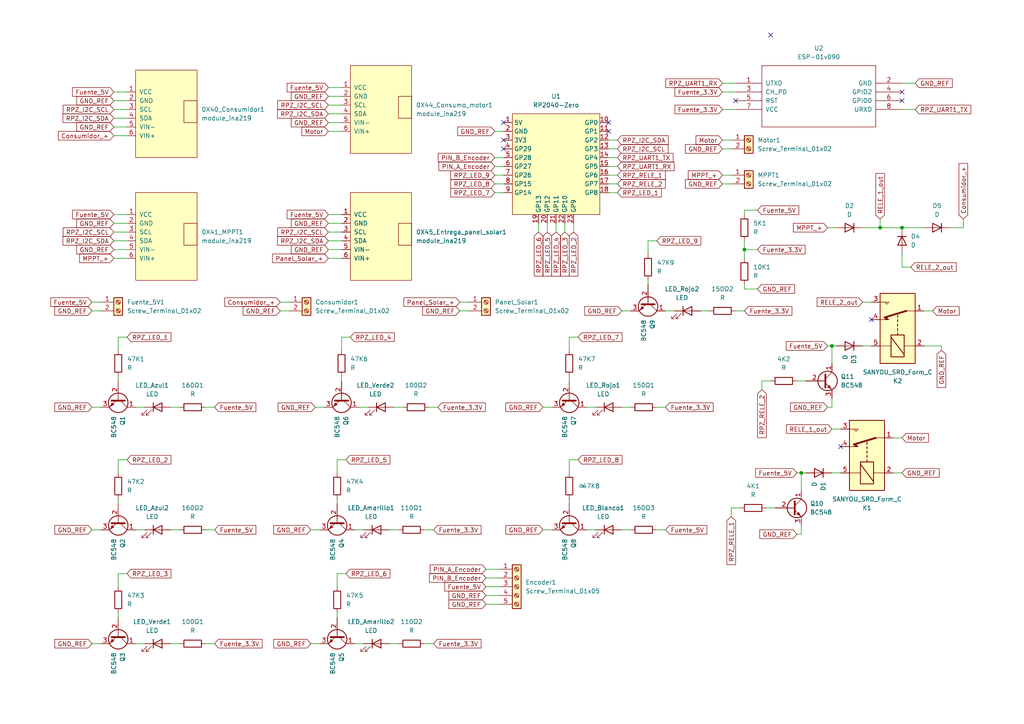
<source format=kicad_sch>
(kicad_sch (version 20231120) (generator "eeschema") (generator_version "8.0")
  (paper "A4")
  (title_block (title "Etapa de Control") (company "IMPA - Gravicap"))
  (lib_symbols
    (symbol "Connector:Screw_Terminal_01x02" (pin_names (offset 1.016) hide)
      (property "Reference" "J" (at 0 2.54 0))
      (property "Value" "Screw_Terminal_01x02" (at 0 -5.08 0))
      (symbol "Screw_Terminal_01x02_1_1"
        (pin passive line (at -5.08 0 0) (length 3.81) (name "Pin_1") (number "1"))
        (pin passive line (at -5.08 -2.54 0) (length 3.81) (name "Pin_2") (number "2"))
      )
    )
    (symbol "Connector:Screw_Terminal_01x05" (pin_names (offset 1.016) hide)
      (property "Reference" "J" (at 0 7.62 0))
      (property "Value" "Screw_Terminal_01x05" (at 0 -7.62 0))
      (symbol "Screw_Terminal_01x05_1_1"
        (pin passive line (at -5.08 5.08 0) (length 3.81) (name "Pin_1") (number "1"))
        (pin passive line (at -5.08 2.54 0) (length 3.81) (name "Pin_2") (number "2"))
        (pin passive line (at -5.08 0 0) (length 3.81) (name "Pin_3") (number "3"))
        (pin passive line (at -5.08 -2.54 0) (length 3.81) (name "Pin_4") (number "4"))
        (pin passive line (at -5.08 -5.08 0) (length 3.81) (name "Pin_5") (number "5"))
      )
    )
    (symbol "Device:D" (pin_numbers hide) (pin_names (offset 1.016) hide)
      (property "Reference" "D" (at 0 2.54 0))
      (property "Value" "D" (at 0 -2.54 0))
      (symbol "D_1_1"
        (pin passive line (at -3.81 0 0) (length 2.54) (name "K") (number "1"))
        (pin passive line (at 3.81 0 180) (length 2.54) (name "A") (number "2"))
      )
    )
    (symbol "Device:LED" (pin_numbers hide) (pin_names (offset 1.016) hide)
      (property "Reference" "D" (at 0 2.54 0))
      (property "Value" "LED" (at 0 -2.54 0))
      (symbol "LED_1_1"
        (pin passive line (at -3.81 0 0) (length 2.54) (name "K") (number "1"))
        (pin passive line (at 3.81 0 180) (length 2.54) (name "A") (number "2"))
      )
    )
    (symbol "Device:R" (pin_numbers hide) (pin_names (offset 0))
      (property "Reference" "R" (at 2.032 0 90))
      (property "Value" "R" (at 0 0 90))
      (symbol "R_1_1"
        (pin passive line (at 0 3.81 270) (length 1.27) (name "~") (number "1"))
        (pin passive line (at 0 -3.81 90) (length 1.27) (name "~") (number "2"))
      )
    )
    (symbol "ESP8266:ESP-01v090" (pin_names (offset 1.016))
      (property "Reference" "U" (at 0 -2.54 0))
      (property "Value" "ESP-01v090" (at 0 2.54 0))
      (symbol "ESP-01v090_1_1"
        (pin output line (at -24.13 3.81 0) (length 7.62) (name "UTXD") (number "1"))
        (pin power_in line (at 24.13 3.81 180) (length 7.62) (name "GND") (number "2"))
        (pin input line (at -24.13 1.27 0) (length 7.62) (name "CH_PD") (number "3"))
        (pin tri_state line (at 24.13 1.27 180) (length 7.62) (name "GPIO2") (number "4"))
        (pin input line (at -24.13 -1.27 0) (length 7.62) (name "RST") (number "5"))
        (pin tri_state line (at 24.13 -1.27 180) (length 7.62) (name "GPIO0") (number "6"))
        (pin power_in line (at -24.13 -3.81 0) (length 7.62) (name "VCC") (number "7"))
        (pin input line (at 24.13 -3.81 180) (length 7.62) (name "URXD") (number "8"))
      )
    )
    (symbol "RP2040-Zero:RP2040-Zero"
      (property "Reference" "U" (at 0 0 0))
      (property "Value" "RP2040-Zero" (at 0 8.89 0))
      (symbol "RP2040-Zero_1_1"
        (pin power_in line (at -15.24 5.08 0) (length 2.54) (name "5V") (number "1"))
        (pin bidirectional line (at 15.24 5.08 180) (length 2.54) (name "GP0") (number "10"))
        (pin bidirectional line (at 15.24 2.54 180) (length 2.54) (name "GP1") (number "11"))
        (pin bidirectional line (at 15.24 0 180) (length 2.54) (name "GP2") (number "12"))
        (pin bidirectional line (at 15.24 -2.54 180) (length 2.54) (name "GP3") (number "13"))
        (pin bidirectional line (at 15.24 -5.08 180) (length 2.54) (name "GP4") (number "14"))
        (pin bidirectional line (at 15.24 -7.62 180) (length 2.54) (name "GP5") (number "15"))
        (pin bidirectional line (at 15.24 -10.16 180) (length 2.54) (name "GP6") (number "16"))
        (pin bidirectional line (at 15.24 -12.7 180) (length 2.54) (name "GP7") (number "17"))
        (pin bidirectional line (at 15.24 -15.24 180) (length 2.54) (name "GP8") (number "18"))
        (pin bidirectional line (at -5.08 -24.13 90) (length 2.54) (name "GP13") (number "19"))
        (pin power_in line (at -15.24 2.54 0) (length 2.54) (name "GND") (number "2"))
        (pin bidirectional line (at -2.54 -24.13 90) (length 2.54) (name "GP12") (number "20"))
        (pin bidirectional line (at 0 -24.13 90) (length 2.54) (name "GP11") (number "21"))
        (pin bidirectional line (at 2.54 -24.13 90) (length 2.54) (name "GP10") (number "22"))
        (pin bidirectional line (at 5.08 -24.13 90) (length 2.54) (name "GP9") (number "23"))
        (pin power_in line (at -15.24 0 0) (length 2.54) (name "3V3") (number "3"))
        (pin bidirectional line (at -15.24 -2.54 0) (length 2.54) (name "GP29") (number "4"))
        (pin bidirectional line (at -15.24 -5.08 0) (length 2.54) (name "GP28") (number "5"))
        (pin bidirectional line (at -15.24 -7.62 0) (length 2.54) (name "GP27") (number "6"))
        (pin bidirectional line (at -15.24 -10.16 0) (length 2.54) (name "GP26") (number "7"))
        (pin bidirectional line (at -15.24 -12.7 0) (length 2.54) (name "GP15") (number "8"))
        (pin bidirectional line (at -15.24 -15.24 0) (length 2.54) (name "GP14") (number "9"))
      )
    )
    (symbol "Relay:SANYOU_SRD_Form_C"
      (property "Reference" "K" (at 11.43 3.81 0))
      (property "Value" "SANYOU_SRD_Form_C" (at 11.43 1.27 0))
      (symbol "SANYOU_SRD_Form_C_1_1"
        (pin passive line (at 5.08 -7.62 90) (length 2.54) (name "~") (number "1"))
        (pin passive line (at -5.08 -7.62 90) (length 2.54) (name "~") (number "2"))
        (pin passive line (at 7.62 7.62 270) (length 2.54) (name "~") (number "3"))
        (pin passive line (at 2.54 7.62 270) (length 2.54) (name "~") (number "4"))
        (pin passive line (at -5.08 7.62 270) (length 2.54) (name "~") (number "5"))
      )
    )
    (symbol "Transistor_BJT:BC548" (pin_names (offset 0) hide)
      (property "Reference" "Q" (at 5.08 1.905 0))
      (property "Value" "BC548" (at 5.08 0 0))
      (symbol "BC548_1_1"
        (pin passive line (at 2.54 5.08 270) (length 2.54) (name "C") (number "1"))
        (pin input line (at -5.08 0 0) (length 5.08) (name "B") (number "2"))
        (pin passive line (at 2.54 -5.08 90) (length 2.54) (name "E") (number "3"))
      )
    )
    (symbol "usini_sensors:module_ina219" (pin_names (offset 1.016))
      (property "Reference" "U" (at 2.54 12.7 0))
      (property "Value" "module_ina219" (at 10.16 -15.24 0))
      (symbol "module_ina219_1_1"
        (pin input line (at 0 5.08 0) (length 2.54) (name "VCC") (number "1"))
        (pin input line (at 0 2.54 0) (length 2.54) (name "GND") (number "2"))
        (pin input line (at 0 0 0) (length 2.54) (name "SCL") (number "3"))
        (pin input line (at 0 -2.54 0) (length 2.54) (name "SDA") (number "4"))
        (pin input line (at 0 -5.08 0) (length 2.54) (name "VIN-") (number "5"))
        (pin input line (at 0 -7.62 0) (length 2.54) (name "VIN+") (number "6"))
      )
    )
  )
  (junction (at 255.27 66.04))
  (junction (at 261.62 66.04))
  (junction (at 241.3 100.33))
  (junction (at 215.9 72.39))
  (junction (at 232.41 137.16))
  (no_connect (at 213.36 29.21))
  (no_connect (at 176.53 35.56))
  (no_connect (at 261.62 29.21))
  (no_connect (at 146.05 40.64))
  (no_connect (at 243.84 129.54))
  (no_connect (at 261.62 26.67))
  (no_connect (at 146.05 43.18))
  (no_connect (at 223.52 10.16))
  (no_connect (at 176.53 38.1))
  (no_connect (at 146.05 35.56))
  (no_connect (at 252.73 92.71))
  (wire (pts (xy 26.67 118.11) (xy 29.21 118.11)))
  (wire (pts (xy 215.9 72.39) (xy 215.9 74.93)))
  (wire (pts (xy 133.35 90.17) (xy 135.89 90.17)))
  (wire (pts (xy 26.67 87.63) (xy 29.21 87.63)))
  (wire (pts (xy 97.79 133.35) (xy 97.79 137.16)))
  (wire (pts (xy 33.02 64.77) (xy 36.83 64.77)))
  (wire (pts (xy 261.62 77.47) (xy 264.16 77.47)))
  (wire (pts (xy 95.25 27.94) (xy 99.06 27.94)))
  (wire (pts (xy 176.53 50.8) (xy 179.07 50.8)))
  (wire (pts (xy 59.69 153.67) (xy 62.23 153.67)))
  (wire (pts (xy 59.69 118.11) (xy 62.23 118.11)))
  (wire (pts (xy 215.9 83.82) (xy 219.71 83.82)))
  (wire (pts (xy 95.25 62.23) (xy 99.06 62.23)))
  (wire (pts (xy 140.97 167.64) (xy 144.78 167.64)))
  (wire (pts (xy 165.1 133.35) (xy 165.1 137.16)))
  (wire (pts (xy 180.34 90.17) (xy 182.88 90.17)))
  (wire (pts (xy 232.41 154.94) (xy 231.14 154.94)))
  (wire (pts (xy 123.19 186.69) (xy 125.73 186.69)))
  (wire (pts (xy 95.25 33.02) (xy 99.06 33.02)))
  (wire (pts (xy 33.02 39.37) (xy 36.83 39.37)))
  (wire (pts (xy 243.84 124.46) (xy 241.3 124.46)))
  (wire (pts (xy 176.53 53.34) (xy 179.07 53.34)))
  (wire (pts (xy 133.35 87.63) (xy 135.89 87.63)))
  (wire (pts (xy 261.62 73.66) (xy 261.62 77.47)))
  (wire (pts (xy 95.25 35.56) (xy 99.06 35.56)))
  (wire (pts (xy 220.98 110.49) (xy 220.98 113.03)))
  (wire (pts (xy 165.1 144.78) (xy 165.1 146.05)))
  (wire (pts (xy 49.53 186.69) (xy 52.07 186.69)))
  (wire (pts (xy 104.14 118.11) (xy 106.68 118.11)))
  (wire (pts (xy 156.21 64.77) (xy 156.21 67.31)))
  (wire (pts (xy 215.9 69.85) (xy 215.9 72.39)))
  (wire (pts (xy 143.51 50.8) (xy 146.05 50.8)))
  (wire (pts (xy 36.83 97.79) (xy 34.29 97.79)))
  (wire (pts (xy 215.9 62.23) (xy 215.9 60.96)))
  (wire (pts (xy 180.34 118.11) (xy 182.88 118.11)))
  (wire (pts (xy 241.3 100.33) (xy 240.03 100.33)))
  (wire (pts (xy 261.62 24.13) (xy 265.43 24.13)))
  (wire (pts (xy 223.52 110.49) (xy 220.98 110.49)))
  (wire (pts (xy 90.17 186.69) (xy 92.71 186.69)))
  (wire (pts (xy 97.79 166.37) (xy 97.79 170.18)))
  (wire (pts (xy 39.37 186.69) (xy 41.91 186.69)))
  (wire (pts (xy 273.05 100.33) (xy 267.97 100.33)))
  (wire (pts (xy 157.48 118.11) (xy 160.02 118.11)))
  (wire (pts (xy 39.37 153.67) (xy 41.91 153.67)))
  (wire (pts (xy 158.75 64.77) (xy 158.75 67.31)))
  (wire (pts (xy 165.1 97.79) (xy 165.1 101.6)))
  (wire (pts (xy 99.06 97.79) (xy 99.06 101.6)))
  (wire (pts (xy 113.03 153.67) (xy 115.57 153.67)))
  (wire (pts (xy 33.02 67.31) (xy 36.83 67.31)))
  (wire (pts (xy 143.51 53.34) (xy 146.05 53.34)))
  (wire (pts (xy 140.97 172.72) (xy 144.78 172.72)))
  (wire (pts (xy 176.53 45.72) (xy 179.07 45.72)))
  (wire (pts (xy 222.25 147.32) (xy 224.79 147.32)))
  (wire (pts (xy 33.02 31.75) (xy 36.83 31.75)))
  (wire (pts (xy 95.25 67.31) (xy 99.06 67.31)))
  (wire (pts (xy 219.71 72.39) (xy 215.9 72.39)))
  (wire (pts (xy 33.02 62.23) (xy 36.83 62.23)))
  (wire (pts (xy 81.28 90.17) (xy 83.82 90.17)))
  (wire (pts (xy 59.69 186.69) (xy 62.23 186.69)))
  (wire (pts (xy 193.04 90.17) (xy 195.58 90.17)))
  (wire (pts (xy 95.25 38.1) (xy 99.06 38.1)))
  (wire (pts (xy 124.46 118.11) (xy 127 118.11)))
  (wire (pts (xy 242.57 100.33) (xy 241.3 100.33)))
  (wire (pts (xy 261.62 127) (xy 259.08 127)))
  (wire (pts (xy 233.68 137.16) (xy 232.41 137.16)))
  (wire (pts (xy 34.29 133.35) (xy 34.29 137.16)))
  (wire (pts (xy 170.18 118.11) (xy 172.72 118.11)))
  (wire (pts (xy 231.14 110.49) (xy 233.68 110.49)))
  (wire (pts (xy 33.02 74.93) (xy 36.83 74.93)))
  (wire (pts (xy 203.2 90.17) (xy 205.74 90.17)))
  (wire (pts (xy 102.87 186.69) (xy 105.41 186.69)))
  (wire (pts (xy 255.27 66.04) (xy 261.62 66.04)))
  (wire (pts (xy 161.29 64.77) (xy 161.29 67.31)))
  (wire (pts (xy 140.97 175.26) (xy 144.78 175.26)))
  (wire (pts (xy 252.73 100.33) (xy 250.19 100.33)))
  (wire (pts (xy 143.51 45.72) (xy 146.05 45.72)))
  (wire (pts (xy 187.96 81.28) (xy 187.96 82.55)))
  (wire (pts (xy 95.25 25.4) (xy 99.06 25.4)))
  (wire (pts (xy 241.3 100.33) (xy 241.3 105.41)))
  (wire (pts (xy 95.25 72.39) (xy 99.06 72.39)))
  (wire (pts (xy 232.41 137.16) (xy 232.41 142.24)))
  (wire (pts (xy 250.19 66.04) (xy 255.27 66.04)))
  (wire (pts (xy 34.29 177.8) (xy 34.29 179.07)))
  (wire (pts (xy 243.84 137.16) (xy 241.3 137.16)))
  (wire (pts (xy 34.29 97.79) (xy 34.29 101.6)))
  (wire (pts (xy 209.55 53.34) (xy 212.09 53.34)))
  (wire (pts (xy 143.51 55.88) (xy 146.05 55.88)))
  (wire (pts (xy 95.25 69.85) (xy 99.06 69.85)))
  (wire (pts (xy 255.27 66.04) (xy 255.27 63.5)))
  (wire (pts (xy 215.9 60.96) (xy 219.71 60.96)))
  (wire (pts (xy 97.79 177.8) (xy 97.79 179.07)))
  (wire (pts (xy 261.62 137.16) (xy 259.08 137.16)))
  (wire (pts (xy 209.55 31.75) (xy 213.36 31.75)))
  (wire (pts (xy 209.55 50.8) (xy 212.09 50.8)))
  (wire (pts (xy 166.37 64.77) (xy 166.37 67.31)))
  (wire (pts (xy 170.18 153.67) (xy 172.72 153.67)))
  (wire (pts (xy 114.3 118.11) (xy 116.84 118.11)))
  (wire (pts (xy 167.64 97.79) (xy 165.1 97.79)))
  (wire (pts (xy 163.83 64.77) (xy 163.83 67.31)))
  (wire (pts (xy 33.02 72.39) (xy 36.83 72.39)))
  (wire (pts (xy 209.55 26.67) (xy 213.36 26.67)))
  (wire (pts (xy 102.87 153.67) (xy 105.41 153.67)))
  (wire (pts (xy 212.09 147.32) (xy 212.09 149.86)))
  (wire (pts (xy 214.63 147.32) (xy 212.09 147.32)))
  (wire (pts (xy 270.51 90.17) (xy 267.97 90.17)))
  (wire (pts (xy 240.03 66.04) (xy 242.57 66.04)))
  (wire (pts (xy 157.48 153.67) (xy 160.02 153.67)))
  (wire (pts (xy 190.5 118.11) (xy 193.04 118.11)))
  (wire (pts (xy 190.5 153.67) (xy 193.04 153.67)))
  (wire (pts (xy 26.67 153.67) (xy 29.21 153.67)))
  (wire (pts (xy 213.36 90.17) (xy 215.9 90.17)))
  (wire (pts (xy 95.25 74.93) (xy 99.06 74.93)))
  (wire (pts (xy 165.1 109.22) (xy 165.1 110.49)))
  (wire (pts (xy 36.83 133.35) (xy 34.29 133.35)))
  (wire (pts (xy 49.53 118.11) (xy 52.07 118.11)))
  (wire (pts (xy 140.97 170.18) (xy 144.78 170.18)))
  (wire (pts (xy 33.02 36.83) (xy 36.83 36.83)))
  (wire (pts (xy 241.3 115.57) (xy 241.3 118.11)))
  (wire (pts (xy 187.96 69.85) (xy 187.96 73.66)))
  (wire (pts (xy 232.41 137.16) (xy 231.14 137.16)))
  (wire (pts (xy 33.02 69.85) (xy 36.83 69.85)))
  (wire (pts (xy 167.64 133.35) (xy 165.1 133.35)))
  (wire (pts (xy 261.62 66.04) (xy 267.97 66.04)))
  (wire (pts (xy 143.51 38.1) (xy 146.05 38.1)))
  (wire (pts (xy 91.44 118.11) (xy 93.98 118.11)))
  (wire (pts (xy 33.02 26.67) (xy 36.83 26.67)))
  (wire (pts (xy 241.3 118.11) (xy 240.03 118.11)))
  (wire (pts (xy 209.55 24.13) (xy 213.36 24.13)))
  (wire (pts (xy 261.62 31.75) (xy 265.43 31.75)))
  (wire (pts (xy 273.05 101.6) (xy 273.05 100.33)))
  (wire (pts (xy 36.83 166.37) (xy 34.29 166.37)))
  (wire (pts (xy 34.29 144.78) (xy 34.29 146.05)))
  (wire (pts (xy 100.33 166.37) (xy 97.79 166.37)))
  (wire (pts (xy 26.67 186.69) (xy 29.21 186.69)))
  (wire (pts (xy 34.29 109.22) (xy 34.29 110.49)))
  (wire (pts (xy 176.53 55.88) (xy 179.07 55.88)))
  (wire (pts (xy 252.73 87.63) (xy 250.19 87.63)))
  (wire (pts (xy 95.25 30.48) (xy 99.06 30.48)))
  (wire (pts (xy 176.53 43.18) (xy 179.07 43.18)))
  (wire (pts (xy 97.79 144.78) (xy 97.79 146.05)))
  (wire (pts (xy 209.55 40.64) (xy 212.09 40.64)))
  (wire (pts (xy 140.97 165.1) (xy 144.78 165.1)))
  (wire (pts (xy 26.67 90.17) (xy 29.21 90.17)))
  (wire (pts (xy 33.02 29.21) (xy 36.83 29.21)))
  (wire (pts (xy 143.51 48.26) (xy 146.05 48.26)))
  (wire (pts (xy 190.5 69.85) (xy 187.96 69.85)))
  (wire (pts (xy 101.6 97.79) (xy 99.06 97.79)))
  (wire (pts (xy 81.28 87.63) (xy 83.82 87.63)))
  (wire (pts (xy 34.29 166.37) (xy 34.29 170.18)))
  (wire (pts (xy 123.19 153.67) (xy 125.73 153.67)))
  (wire (pts (xy 49.53 153.67) (xy 52.07 153.67)))
  (wire (pts (xy 180.34 153.67) (xy 182.88 153.67)))
  (wire (pts (xy 279.4 66.04) (xy 275.59 66.04)))
  (wire (pts (xy 176.53 40.64) (xy 179.07 40.64)))
  (wire (pts (xy 232.41 152.4) (xy 232.41 154.94)))
  (wire (pts (xy 176.53 48.26) (xy 179.07 48.26)))
  (wire (pts (xy 95.25 64.77) (xy 99.06 64.77)))
  (wire (pts (xy 209.55 43.18) (xy 212.09 43.18)))
  (wire (pts (xy 215.9 82.55) (xy 215.9 83.82)))
  (wire (pts (xy 279.4 63.5) (xy 279.4 66.04)))
  (wire (pts (xy 99.06 109.22) (xy 99.06 110.49)))
  (wire (pts (xy 113.03 186.69) (xy 115.57 186.69)))
  (wire (pts (xy 100.33 133.35) (xy 97.79 133.35)))
  (wire (pts (xy 39.37 118.11) (xy 41.91 118.11)))
  (wire (pts (xy 33.02 34.29) (xy 36.83 34.29)))
  (wire (pts (xy 90.17 153.67) (xy 92.71 153.67)))
  (global_label "RPZ_I2C_SCL" (shape input) (at 33.02 67.31 180) (property "Intersheetrefs" "${INTERSHEET_REFS}" (effects (hide yes))))
  (global_label "Motor" (shape input) (at 261.62 127 0) (property "Intersheetrefs" "${INTERSHEET_REFS}" (effects (hide yes))))
  (global_label "PIN_B_Encoder" (shape input) (at 143.51 45.72 180) (property "Intersheetrefs" "${INTERSHEET_REFS}" (effects (hide yes))))
  (global_label "RPZ_LED_9" (shape input) (at 143.51 50.8 180) (property "Intersheetrefs" "${INTERSHEET_REFS}" (effects (hide yes))))
  (global_label "GND_REF" (shape input) (at 90.17 153.67 180) (property "Intersheetrefs" "${INTERSHEET_REFS}" (effects (hide yes))))
  (global_label "MPPT_+" (shape input) (at 33.02 74.93 180) (property "Intersheetrefs" "${INTERSHEET_REFS}" (effects (hide yes))))
  (global_label "RPZ_LED_9" (shape input) (at 190.5 69.85 0) (property "Intersheetrefs" "${INTERSHEET_REFS}" (effects (hide yes))))
  (global_label "GND_REF" (shape input) (at 140.97 172.72 180) (property "Intersheetrefs" "${INTERSHEET_REFS}" (effects (hide yes))))
  (global_label "RPZ_RELE_1" (shape input) (at 212.09 149.86 270) (property "Intersheetrefs" "${INTERSHEET_REFS}" (effects (hide yes))))
  (global_label "GND_REF" (shape input) (at 157.48 118.11 180) (property "Intersheetrefs" "${INTERSHEET_REFS}" (effects (hide yes))))
  (global_label "Fuente_5V" (shape input) (at 26.67 87.63 180) (property "Intersheetrefs" "${INTERSHEET_REFS}" (effects (hide yes))))
  (global_label "RPZ_I2C_SDA" (shape input) (at 33.02 34.29 180) (property "Intersheetrefs" "${INTERSHEET_REFS}" (effects (hide yes))))
  (global_label "GND_REF" (shape input) (at 157.48 153.67 180) (property "Intersheetrefs" "${INTERSHEET_REFS}" (effects (hide yes))))
  (global_label "MPPT_+" (shape input) (at 240.03 66.04 180) (property "Intersheetrefs" "${INTERSHEET_REFS}" (effects (hide yes))))
  (global_label "RPZ_RELE_2" (shape input) (at 220.98 113.03 270) (property "Intersheetrefs" "${INTERSHEET_REFS}" (effects (hide yes))))
  (global_label "Fuente_3.3V" (shape input) (at 125.73 186.69 0) (property "Intersheetrefs" "${INTERSHEET_REFS}" (effects (hide yes))))
  (global_label "RPZ_LED_7" (shape input) (at 143.51 55.88 180) (property "Intersheetrefs" "${INTERSHEET_REFS}" (effects (hide yes))))
  (global_label "GND_REF" (shape input) (at 231.14 154.94 180) (property "Intersheetrefs" "${INTERSHEET_REFS}" (effects (hide yes))))
  (global_label "Motor" (shape input) (at 209.55 40.64 180) (property "Intersheetrefs" "${INTERSHEET_REFS}" (effects (hide yes))))
  (global_label "RPZ_LED_4" (shape input) (at 101.6 97.79 0) (property "Intersheetrefs" "${INTERSHEET_REFS}" (effects (hide yes))))
  (global_label "Fuente_3.3V" (shape input) (at 209.55 31.75 180) (property "Intersheetrefs" "${INTERSHEET_REFS}" (effects (hide yes))))
  (global_label "RPZ_LED_8" (shape input) (at 143.51 53.34 180) (property "Intersheetrefs" "${INTERSHEET_REFS}" (effects (hide yes))))
  (global_label "RPZ_I2C_SCL" (shape input) (at 95.25 67.31 180) (property "Intersheetrefs" "${INTERSHEET_REFS}" (effects (hide yes))))
  (global_label "GND_REF" (shape input) (at 261.62 137.16 0) (property "Intersheetrefs" "${INTERSHEET_REFS}" (effects (hide yes))))
  (global_label "GND_REF" (shape input) (at 273.05 101.6 270) (property "Intersheetrefs" "${INTERSHEET_REFS}" (effects (hide yes))))
  (global_label "RELE_2_out" (shape input) (at 250.19 87.63 180) (property "Intersheetrefs" "${INTERSHEET_REFS}" (effects (hide yes))))
  (global_label "GND_REF" (shape input) (at 90.17 186.69 180) (property "Intersheetrefs" "${INTERSHEET_REFS}" (effects (hide yes))))
  (global_label "Fuente_5V" (shape input) (at 219.71 60.96 0) (property "Intersheetrefs" "${INTERSHEET_REFS}" (effects (hide yes))))
  (global_label "RPZ_I2C_SDA" (shape input) (at 95.25 69.85 180) (property "Intersheetrefs" "${INTERSHEET_REFS}" (effects (hide yes))))
  (global_label "GND_REF" (shape input) (at 219.71 83.82 0) (property "Intersheetrefs" "${INTERSHEET_REFS}" (effects (hide yes))))
  (global_label "RPZ_LED_7" (shape input) (at 167.64 97.79 0) (property "Intersheetrefs" "${INTERSHEET_REFS}" (effects (hide yes))))
  (global_label "GND_REF" (shape input) (at 26.67 186.69 180) (property "Intersheetrefs" "${INTERSHEET_REFS}" (effects (hide yes))))
  (global_label "RPZ_LED_2" (shape input) (at 36.83 133.35 0) (property "Intersheetrefs" "${INTERSHEET_REFS}" (effects (hide yes))))
  (global_label "Fuente_3.3V" (shape input) (at 62.23 186.69 0) (property "Intersheetrefs" "${INTERSHEET_REFS}" (effects (hide yes))))
  (global_label "RPZ_LED_2" (shape input) (at 166.37 67.31 270) (property "Intersheetrefs" "${INTERSHEET_REFS}" (effects (hide yes))))
  (global_label "Panel_Solar_+" (shape input) (at 133.35 87.63 180) (property "Intersheetrefs" "${INTERSHEET_REFS}" (effects (hide yes))))
  (global_label "GND_REF" (shape input) (at 240.03 118.11 180) (property "Intersheetrefs" "${INTERSHEET_REFS}" (effects (hide yes))))
  (global_label "Consumidor_+" (shape input) (at 81.28 87.63 180) (property "Intersheetrefs" "${INTERSHEET_REFS}" (effects (hide yes))))
  (global_label "GND_REF" (shape input) (at 95.25 27.94 180) (property "Intersheetrefs" "${INTERSHEET_REFS}" (effects (hide yes))))
  (global_label "Fuente_5V" (shape input) (at 62.23 118.11 0) (property "Intersheetrefs" "${INTERSHEET_REFS}" (effects (hide yes))))
  (global_label "Fuente_3.3V" (shape input) (at 215.9 90.17 0) (property "Intersheetrefs" "${INTERSHEET_REFS}" (effects (hide yes))))
  (global_label "RPZ_LED_4" (shape input) (at 161.29 67.31 270) (property "Intersheetrefs" "${INTERSHEET_REFS}" (effects (hide yes))))
  (global_label "GND_REF" (shape input) (at 26.67 118.11 180) (property "Intersheetrefs" "${INTERSHEET_REFS}" (effects (hide yes))))
  (global_label "RPZ_I2C_SCL" (shape input) (at 179.07 43.18 0) (property "Intersheetrefs" "${INTERSHEET_REFS}" (effects (hide yes))))
  (global_label "RPZ_LED_6" (shape input) (at 100.33 166.37 0) (property "Intersheetrefs" "${INTERSHEET_REFS}" (effects (hide yes))))
  (global_label "GND_REF" (shape input) (at 265.43 24.13 0) (property "Intersheetrefs" "${INTERSHEET_REFS}" (effects (hide yes))))
  (global_label "Fuente_5V" (shape input) (at 95.25 25.4 180) (property "Intersheetrefs" "${INTERSHEET_REFS}" (effects (hide yes))))
  (global_label "Fuente_5V" (shape input) (at 62.23 153.67 0) (property "Intersheetrefs" "${INTERSHEET_REFS}" (effects (hide yes))))
  (global_label "GND_REF" (shape input) (at 95.25 35.56 180) (property "Intersheetrefs" "${INTERSHEET_REFS}" (effects (hide yes))))
  (global_label "GND_REF" (shape input) (at 33.02 29.21 180) (property "Intersheetrefs" "${INTERSHEET_REFS}" (effects (hide yes))))
  (global_label "Panel_Solar_+" (shape input) (at 95.25 74.93 180) (property "Intersheetrefs" "${INTERSHEET_REFS}" (effects (hide yes))))
  (global_label "GND_REF" (shape input) (at 81.28 90.17 180) (property "Intersheetrefs" "${INTERSHEET_REFS}" (effects (hide yes))))
  (global_label "Fuente_3.3V" (shape input) (at 209.55 26.67 180) (property "Intersheetrefs" "${INTERSHEET_REFS}" (effects (hide yes))))
  (global_label "Fuente_5V" (shape input) (at 95.25 62.23 180) (property "Intersheetrefs" "${INTERSHEET_REFS}" (effects (hide yes))))
  (global_label "RELE_1_out" (shape input) (at 255.27 63.5 90) (property "Intersheetrefs" "${INTERSHEET_REFS}" (effects (hide yes))))
  (global_label "Fuente_5V" (shape input) (at 33.02 62.23 180) (property "Intersheetrefs" "${INTERSHEET_REFS}" (effects (hide yes))))
  (global_label "GND_REF" (shape input) (at 133.35 90.17 180) (property "Intersheetrefs" "${INTERSHEET_REFS}" (effects (hide yes))))
  (global_label "Fuente_5V" (shape input) (at 193.04 153.67 0) (property "Intersheetrefs" "${INTERSHEET_REFS}" (effects (hide yes))))
  (global_label "MPPT_+" (shape input) (at 209.55 50.8 180) (property "Intersheetrefs" "${INTERSHEET_REFS}" (effects (hide yes))))
  (global_label "RPZ_LED_1" (shape input) (at 36.83 97.79 0) (property "Intersheetrefs" "${INTERSHEET_REFS}" (effects (hide yes))))
  (global_label "GND_REF" (shape input) (at 26.67 153.67 180) (property "Intersheetrefs" "${INTERSHEET_REFS}" (effects (hide yes))))
  (global_label "RPZ_I2C_SCL" (shape input) (at 95.25 30.48 180) (property "Intersheetrefs" "${INTERSHEET_REFS}" (effects (hide yes))))
  (global_label "GND_REF" (shape input) (at 180.34 90.17 180) (property "Intersheetrefs" "${INTERSHEET_REFS}" (effects (hide yes))))
  (global_label "GND_REF" (shape input) (at 95.25 64.77 180) (property "Intersheetrefs" "${INTERSHEET_REFS}" (effects (hide yes))))
  (global_label "Motor" (shape input) (at 95.25 38.1 180) (property "Intersheetrefs" "${INTERSHEET_REFS}" (effects (hide yes))))
  (global_label "GND_REF" (shape input) (at 33.02 36.83 180) (property "Intersheetrefs" "${INTERSHEET_REFS}" (effects (hide yes))))
  (global_label "RPZ_UART1_RX" (shape input) (at 179.07 48.26 0) (property "Intersheetrefs" "${INTERSHEET_REFS}" (effects (hide yes))))
  (global_label "RPZ_UART1_TX" (shape input) (at 179.07 45.72 0) (property "Intersheetrefs" "${INTERSHEET_REFS}" (effects (hide yes))))
  (global_label "Fuente_5V" (shape input) (at 33.02 26.67 180) (property "Intersheetrefs" "${INTERSHEET_REFS}" (effects (hide yes))))
  (global_label "RPZ_I2C_SDA" (shape input) (at 95.25 33.02 180) (property "Intersheetrefs" "${INTERSHEET_REFS}" (effects (hide yes))))
  (global_label "GND_REF" (shape input) (at 140.97 175.26 180) (property "Intersheetrefs" "${INTERSHEET_REFS}" (effects (hide yes))))
  (global_label "Fuente_3.3V" (shape input) (at 127 118.11 0) (property "Intersheetrefs" "${INTERSHEET_REFS}" (effects (hide yes))))
  (global_label "RPZ_UART1_TX" (shape input) (at 265.43 31.75 0) (property "Intersheetrefs" "${INTERSHEET_REFS}" (effects (hide yes))))
  (global_label "RPZ_LED_5" (shape input) (at 158.75 67.31 270) (property "Intersheetrefs" "${INTERSHEET_REFS}" (effects (hide yes))))
  (global_label "RPZ_I2C_SDA" (shape input) (at 179.07 40.64 0) (property "Intersheetrefs" "${INTERSHEET_REFS}" (effects (hide yes))))
  (global_label "Consumidor_+" (shape input) (at 279.4 63.5 90) (property "Intersheetrefs" "${INTERSHEET_REFS}" (effects (hide yes))))
  (global_label "PIN_A_Encoder" (shape input) (at 140.97 165.1 180) (property "Intersheetrefs" "${INTERSHEET_REFS}" (effects (hide yes))))
  (global_label "Fuente_3.3V" (shape input) (at 125.73 153.67 0) (property "Intersheetrefs" "${INTERSHEET_REFS}" (effects (hide yes))))
  (global_label "RPZ_UART1_RX" (shape input) (at 209.55 24.13 180) (property "Intersheetrefs" "${INTERSHEET_REFS}" (effects (hide yes))))
  (global_label "RPZ_LED_3" (shape input) (at 36.83 166.37 0) (property "Intersheetrefs" "${INTERSHEET_REFS}" (effects (hide yes))))
  (global_label "RPZ_LED_1" (shape input) (at 179.07 55.88 0) (property "Intersheetrefs" "${INTERSHEET_REFS}" (effects (hide yes))))
  (global_label "GND_REF" (shape input) (at 209.55 53.34 180) (property "Intersheetrefs" "${INTERSHEET_REFS}" (effects (hide yes))))
  (global_label "Fuente_5V" (shape input) (at 240.03 100.33 180) (property "Intersheetrefs" "${INTERSHEET_REFS}" (effects (hide yes))))
  (global_label "RELE_2_out" (shape input) (at 264.16 77.47 0) (property "Intersheetrefs" "${INTERSHEET_REFS}" (effects (hide yes))))
  (global_label "RPZ_LED_5" (shape input) (at 100.33 133.35 0) (property "Intersheetrefs" "${INTERSHEET_REFS}" (effects (hide yes))))
  (global_label "RELE_1_out" (shape input) (at 241.3 124.46 180) (property "Intersheetrefs" "${INTERSHEET_REFS}" (effects (hide yes))))
  (global_label "GND_REF" (shape input) (at 33.02 64.77 180) (property "Intersheetrefs" "${INTERSHEET_REFS}" (effects (hide yes))))
  (global_label "GND_REF" (shape input) (at 209.55 43.18 180) (property "Intersheetrefs" "${INTERSHEET_REFS}" (effects (hide yes))))
  (global_label "PIN_B_Encoder" (shape input) (at 140.97 167.64 180) (property "Intersheetrefs" "${INTERSHEET_REFS}" (effects (hide yes))))
  (global_label "GND_REF" (shape input) (at 26.67 90.17 180) (property "Intersheetrefs" "${INTERSHEET_REFS}" (effects (hide yes))))
  (global_label "RPZ_LED_6" (shape input) (at 156.21 67.31 270) (property "Intersheetrefs" "${INTERSHEET_REFS}" (effects (hide yes))))
  (global_label "RPZ_RELE_2" (shape input) (at 179.07 53.34 0) (property "Intersheetrefs" "${INTERSHEET_REFS}" (effects (hide yes))))
  (global_label "RPZ_RELE_1" (shape input) (at 179.07 50.8 0) (property "Intersheetrefs" "${INTERSHEET_REFS}" (effects (hide yes))))
  (global_label "Fuente_3.3V" (shape input) (at 193.04 118.11 0) (property "Intersheetrefs" "${INTERSHEET_REFS}" (effects (hide yes))))
  (global_label "RPZ_LED_3" (shape input) (at 163.83 67.31 270) (property "Intersheetrefs" "${INTERSHEET_REFS}" (effects (hide yes))))
  (global_label "RPZ_LED_8" (shape input) (at 167.64 133.35 0) (property "Intersheetrefs" "${INTERSHEET_REFS}" (effects (hide yes))))
  (global_label "PIN_A_Encoder" (shape input) (at 143.51 48.26 180) (property "Intersheetrefs" "${INTERSHEET_REFS}" (effects (hide yes))))
  (global_label "GND_REF" (shape input) (at 143.51 38.1 180) (property "Intersheetrefs" "${INTERSHEET_REFS}" (effects (hide yes))))
  (global_label "Fuente_3.3V" (shape input) (at 219.71 72.39 0) (property "Intersheetrefs" "${INTERSHEET_REFS}" (effects (hide yes))))
  (global_label "GND_REF" (shape input) (at 33.02 72.39 180) (property "Intersheetrefs" "${INTERSHEET_REFS}" (effects (hide yes))))
  (global_label "GND_REF" (shape input) (at 95.25 72.39 180) (property "Intersheetrefs" "${INTERSHEET_REFS}" (effects (hide yes))))
  (global_label "Fuente_5V" (shape input) (at 231.14 137.16 180) (property "Intersheetrefs" "${INTERSHEET_REFS}" (effects (hide yes))))
  (global_label "Consumidor_+" (shape input) (at 33.02 39.37 180) (property "Intersheetrefs" "${INTERSHEET_REFS}" (effects (hide yes))))
  (global_label "Fuente_5V" (shape input) (at 140.97 170.18 180) (property "Intersheetrefs" "${INTERSHEET_REFS}" (effects (hide yes))))
  (global_label "GND_REF" (shape input) (at 91.44 118.11 180) (property "Intersheetrefs" "${INTERSHEET_REFS}" (effects (hide yes))))
  (global_label "Motor" (shape input) (at 270.51 90.17 0) (property "Intersheetrefs" "${INTERSHEET_REFS}" (effects (hide yes))))
  (global_label "RPZ_I2C_SCL" (shape input) (at 33.02 31.75 180) (property "Intersheetrefs" "${INTERSHEET_REFS}" (effects (hide yes))))
  (global_label "RPZ_I2C_SDA" (shape input) (at 33.02 69.85 180) (property "Intersheetrefs" "${INTERSHEET_REFS}" (effects (hide yes))))
  (symbol (lib_id "Device:R") (at 119.38 186.69 270) (unit 1)
    (property "Reference" "110Ω2" (at 119.38 180.34 90))
    (property "Value" "R" (at 119.38 182.88 90))
    (property "Footprint" "Resistor_THT:R_Axial_DIN0204_L3.6mm_D1.6mm_P7.62mm_Horizontal" (effects (hide yes)))
    (property "Description" "Resistor" (effects (hide yes)))
  )
  (symbol (lib_id "Device:R") (at 55.88 186.69 270) (unit 1)
    (property "Reference" "100Ω1" (at 55.88 180.34 90))
    (property "Value" "R" (at 55.88 182.88 90))
    (property "Footprint" "Resistor_THT:R_Axial_DIN0204_L3.6mm_D1.6mm_P7.62mm_Horizontal" (effects (hide yes)))
    (property "Description" "Resistor" (effects (hide yes)))
  )
  (symbol (lib_id "Transistor_BJT:BC548") (at 229.87 147.32 0) (unit 1)
    (property "Reference" "Q10" (at 234.95 146.0499 0) (effects (justify left)))
    (property "Value" "BC548" (at 234.95 148.5899 0) (effects (justify left)))
    (property "Footprint" "Package_TO_SOT_THT:TO-92_Inline" (effects (hide yes)))
    (property "Datasheet" "https://www.onsemi.com/pub/Collateral/BC550-D.pdf" (effects (hide yes)))
    (property "Description" "0.1A Ic, 30V Vce, Small Signal NPN Transistor, TO-92" (effects (hide yes)))
  )
  (symbol (lib_id "Device:R") (at 55.88 118.11 270) (unit 1)
    (property "Reference" "160Ω1" (at 55.88 111.76 90))
    (property "Value" "R" (at 55.88 114.3 90))
    (property "Footprint" "Resistor_THT:R_Axial_DIN0204_L3.6mm_D1.6mm_P7.62mm_Horizontal" (effects (hide yes)))
    (property "Description" "Resistor" (effects (hide yes)))
  )
  (symbol (lib_id "Connector:Screw_Terminal_01x05") (at 149.86 170.18 0) (unit 1)
    (property "Reference" "Encoder1" (at 152.4 168.9099 0) (effects (justify left)))
    (property "Value" "Screw_Terminal_01x05" (at 152.4 171.4499 0) (effects (justify left)))
    (property "Footprint" "TerminalBlock_4Ucon:TerminalBlock_4Ucon_1x02_P3.50mm_Horizontal" (effects (hide yes)))
    (property "Description" "Generic screw terminal, single row, 01x05, script generated (kicad-library-utils/schlib/autogen/connector/)" (effects (hide yes)))
  )
  (symbol (lib_id "Device:D") (at 237.49 137.16 180) (unit 1)
    (property "Reference" "D1" (at 238.7601 139.7 90) (effects (justify left)))
    (property "Value" "D" (at 236.2201 139.7 90) (effects (justify left)))
    (property "Footprint" "Diode_THT:D_5W_P10.16mm_Horizontal" (effects (hide yes)))
    (property "Description" "Diode" (effects (hide yes)))
    (property "Sim.Device" "D" (effects (hide yes)))
    (property "Sim.Pins" "1=K 2=A" (effects (hide yes)))
  )
  (symbol (lib_id "usini_sensors:module_ina219") (at 99.06 30.48 0) (unit 1)
    (property "Reference" "0X44_Consumo_motor1" (at 120.65 30.4799 0) (effects (justify left)))
    (property "Value" "module_ina219" (at 120.65 33.0199 0) (effects (justify left)))
    (property "Footprint" "usini_sensors:module_ina219" (effects (hide yes)))
  )
  (symbol (lib_id "Device:R") (at 34.29 173.99 180) (unit 1)
    (property "Reference" "47K3" (at 36.83 172.7199 0) (effects (justify right)))
    (property "Value" "R" (at 36.83 175.2599 0) (effects (justify right)))
    (property "Footprint" "Resistor_THT:R_Axial_DIN0204_L3.6mm_D1.6mm_P7.62mm_Horizontal" (effects (hide yes)))
    (property "Description" "Resistor" (effects (hide yes)))
  )
  (symbol (lib_id "ESP8266:ESP-01v090") (at 237.49 27.94 0) (unit 1)
    (property "Reference" "U2" (at 237.49 13.97 0))
    (property "Value" "ESP-01v090" (at 237.49 16.51 0))
    (property "Footprint" "ESP8266:ESP-01" (effects (hide yes)))
    (property "Datasheet" "http://l0l.org.uk/2014/12/esp8266-modules-hardware-guide-gotta-catch-em-all/" (effects (hide yes)))
    (property "Description" "ESP8266 ESP-01 module, v090" (effects (hide yes)))
  )
  (symbol (lib_id "Relay:SANYOU_SRD_Form_C") (at 251.46 132.08 90) (unit 1)
    (property "Reference" "K1" (at 251.46 147.32 90))
    (property "Value" "SANYOU_SRD_Form_C" (at 251.46 144.78 90))
    (property "Footprint" "Relay_THT:Relay_SPDT_SANYOU_SRD_Series_Form_C" (effects (hide yes)))
    (property "Datasheet" "http://www.sanyourelay.ca/public/products/pdf/SRD.pdf" (effects (hide yes)))
    (property "Description" "Sanyo SRD relay, Single Pole Miniature Power Relay," (effects (hide yes)))
  )
  (symbol (lib_id "Device:LED") (at 199.39 90.17 0) (unit 1)
    (property "Reference" "LED_Rojo2" (at 197.8025 83.82 0))
    (property "Value" "LED" (at 197.8025 86.36 0))
    (property "Footprint" "LED_THT:LED_D1.8mm_W1.8mm_H2.4mm_Horizontal_O1.27mm_Z1.6mm" (effects (hide yes)))
    (property "Description" "Light emitting diode" (effects (hide yes)))
  )
  (symbol (lib_id "Device:R") (at 187.96 77.47 180) (unit 1)
    (property "Reference" "47K9" (at 190.5 76.1999 0) (effects (justify right)))
    (property "Value" "R" (at 190.5 78.7399 0) (effects (justify right)))
    (property "Footprint" "Resistor_THT:R_Axial_DIN0204_L3.6mm_D1.6mm_P7.62mm_Horizontal" (effects (hide yes)))
    (property "Description" "Resistor" (effects (hide yes)))
  )
  (symbol (lib_id "Connector:Screw_Terminal_01x02") (at 140.97 87.63 0) (unit 1)
    (property "Reference" "Panel_Solar1" (at 143.51 87.6299 0) (effects (justify left)))
    (property "Value" "Screw_Terminal_01x02" (at 143.51 90.1699 0) (effects (justify left)))
    (property "Footprint" "TerminalBlock_4Ucon:TerminalBlock_4Ucon_1x02_P3.50mm_Horizontal" (effects (hide yes)))
    (property "Description" "Generic screw terminal, single row, 01x02, script generated (kicad-library-utils/schlib/autogen/connector/)" (effects (hide yes)))
  )
  (symbol (lib_id "Transistor_BJT:BC548") (at 165.1 115.57 270) (unit 1)
    (property "Reference" "Q7" (at 166.3701 120.65 0) (effects (justify left)))
    (property "Value" "BC548" (at 163.8301 120.65 0) (effects (justify left)))
    (property "Footprint" "Package_TO_SOT_THT:TO-92_Inline" (effects (hide yes)))
    (property "Datasheet" "https://www.onsemi.com/pub/Collateral/BC550-D.pdf" (effects (hide yes)))
    (property "Description" "0.1A Ic, 30V Vce, Small Signal NPN Transistor, TO-92" (effects (hide yes)))
  )
  (symbol (lib_id "usini_sensors:module_ina219") (at 36.83 31.75 0) (unit 1)
    (property "Reference" "0X40_Consumidor1" (at 58.42 31.7499 0) (effects (justify left)))
    (property "Value" "module_ina219" (at 58.42 34.2899 0) (effects (justify left)))
    (property "Footprint" "usini_sensors:module_ina219" (effects (hide yes)))
  )
  (symbol (lib_id "Device:LED") (at 110.49 118.11 0) (unit 1)
    (property "Reference" "LED_Verde2" (at 108.9025 111.76 0))
    (property "Value" "LED" (at 108.9025 114.3 0))
    (property "Footprint" "LED_THT:LED_D1.8mm_W1.8mm_H2.4mm_Horizontal_O1.27mm_Z1.6mm" (effects (hide yes)))
    (property "Description" "Light emitting diode" (effects (hide yes)))
  )
  (symbol (lib_id "Connector:Screw_Terminal_01x02") (at 217.17 40.64 0) (unit 1)
    (property "Reference" "Motor1" (at 219.71 40.6399 0) (effects (justify left)))
    (property "Value" "Screw_Terminal_01x02" (at 219.71 43.1799 0) (effects (justify left)))
    (property "Footprint" "TerminalBlock_4Ucon:TerminalBlock_4Ucon_1x02_P3.50mm_Horizontal" (effects (hide yes)))
    (property "Description" "Generic screw terminal, single row, 01x02, script generated (kicad-library-utils/schlib/autogen/connector/)" (effects (hide yes)))
  )
  (symbol (lib_id "Device:R") (at 218.44 147.32 270) (unit 1)
    (property "Reference" "4K1" (at 218.44 140.97 90))
    (property "Value" "R" (at 218.44 143.51 90))
    (property "Footprint" "Resistor_THT:R_Axial_DIN0204_L3.6mm_D1.6mm_P7.62mm_Horizontal" (effects (hide yes)))
    (property "Description" "Resistor" (effects (hide yes)))
  )
  (symbol (lib_id "Device:R") (at 215.9 78.74 0) (unit 1)
    (property "Reference" "10K1" (at 218.44 77.4699 0) (effects (justify left)))
    (property "Value" "R" (at 218.44 80.0099 0) (effects (justify left)))
    (property "Footprint" "Resistor_THT:R_Axial_DIN0204_L3.6mm_D1.6mm_P7.62mm_Horizontal" (effects (hide yes)))
    (property "Description" "Resistor" (effects (hide yes)))
  )
  (symbol (lib_id "Transistor_BJT:BC548") (at 99.06 115.57 270) (unit 1)
    (property "Reference" "Q6" (at 100.3301 120.65 0) (effects (justify left)))
    (property "Value" "BC548" (at 97.7901 120.65 0) (effects (justify left)))
    (property "Footprint" "Package_TO_SOT_THT:TO-92_Inline" (effects (hide yes)))
    (property "Datasheet" "https://www.onsemi.com/pub/Collateral/BC550-D.pdf" (effects (hide yes)))
    (property "Description" "0.1A Ic, 30V Vce, Small Signal NPN Transistor, TO-92" (effects (hide yes)))
  )
  (symbol (lib_id "Transistor_BJT:BC548") (at 187.96 87.63 270) (unit 1)
    (property "Reference" "Q9" (at 189.2301 92.71 0) (effects (justify left)))
    (property "Value" "BC548" (at 186.6901 92.71 0) (effects (justify left)))
    (property "Footprint" "Package_TO_SOT_THT:TO-92_Inline" (effects (hide yes)))
    (property "Datasheet" "https://www.onsemi.com/pub/Collateral/BC550-D.pdf" (effects (hide yes)))
    (property "Description" "0.1A Ic, 30V Vce, Small Signal NPN Transistor, TO-92" (effects (hide yes)))
  )
  (symbol (lib_id "Transistor_BJT:BC548") (at 97.79 151.13 270) (unit 1)
    (property "Reference" "Q4" (at 99.0601 156.21 0) (effects (justify left)))
    (property "Value" "BC548" (at 96.5201 156.21 0) (effects (justify left)))
    (property "Footprint" "Package_TO_SOT_THT:TO-92_Inline" (effects (hide yes)))
    (property "Datasheet" "https://www.onsemi.com/pub/Collateral/BC550-D.pdf" (effects (hide yes)))
    (property "Description" "0.1A Ic, 30V Vce, Small Signal NPN Transistor, TO-92" (effects (hide yes)))
  )
  (symbol (lib_id "Transistor_BJT:BC548") (at 165.1 151.13 270) (unit 1)
    (property "Reference" "Q8" (at 166.3701 156.21 0) (effects (justify left)))
    (property "Value" "BC548" (at 163.8301 156.21 0) (effects (justify left)))
    (property "Footprint" "Package_TO_SOT_THT:TO-92_Inline" (effects (hide yes)))
    (property "Datasheet" "https://www.onsemi.com/pub/Collateral/BC550-D.pdf" (effects (hide yes)))
    (property "Description" "0.1A Ic, 30V Vce, Small Signal NPN Transistor, TO-92" (effects (hide yes)))
  )
  (symbol (lib_id "usini_sensors:module_ina219") (at 99.06 67.31 0) (unit 1)
    (property "Reference" "0X45_Entrega_panel_solar1" (at 120.65 67.3099 0) (effects (justify left)))
    (property "Value" "module_ina219" (at 120.65 69.8499 0) (effects (justify left)))
    (property "Footprint" "usini_sensors:module_ina219" (effects (hide yes)))
  )
  (symbol (lib_id "Connector:Screw_Terminal_01x02") (at 217.17 50.8 0) (unit 1)
    (property "Reference" "MPPT1" (at 219.71 50.7999 0) (effects (justify left)))
    (property "Value" "Screw_Terminal_01x02" (at 219.71 53.3399 0) (effects (justify left)))
    (property "Footprint" "TerminalBlock_4Ucon:TerminalBlock_4Ucon_1x02_P3.50mm_Horizontal" (effects (hide yes)))
    (property "Description" "Generic screw terminal, single row, 01x02, script generated (kicad-library-utils/schlib/autogen/connector/)" (effects (hide yes)))
  )
  (symbol (lib_id "Device:R") (at 99.06 105.41 180) (unit 1)
    (property "Reference" "47K6" (at 101.6 104.1399 0) (effects (justify right)))
    (property "Value" "R" (at 101.6 106.6799 0) (effects (justify right)))
    (property "Footprint" "Resistor_THT:R_Axial_DIN0204_L3.6mm_D1.6mm_P7.62mm_Horizontal" (effects (hide yes)))
    (property "Description" "Resistor" (effects (hide yes)))
  )
  (symbol (lib_id "RP2040-Zero:RP2040-Zero") (at 161.29 40.64 0) (unit 1)
    (property "Reference" "U1" (at 161.29 27.94 0))
    (property "Value" "RP2040-Zero" (at 161.29 30.48 0))
    (property "Footprint" "RP2040-Zero:RP2040 Zero" (effects (hide yes)))
  )
  (symbol (lib_id "Device:R") (at 120.65 118.11 270) (unit 1)
    (property "Reference" "100Ω2" (at 120.65 111.76 90))
    (property "Value" "R" (at 120.65 114.3 90))
    (property "Footprint" "Resistor_THT:R_Axial_DIN0204_L3.6mm_D1.6mm_P7.62mm_Horizontal" (effects (hide yes)))
    (property "Description" "Resistor" (effects (hide yes)))
  )
  (symbol (lib_id "Transistor_BJT:BC548") (at 34.29 184.15 270) (unit 1)
    (property "Reference" "Q3" (at 35.5601 189.23 0) (effects (justify left)))
    (property "Value" "BC548" (at 33.0201 189.23 0) (effects (justify left)))
    (property "Footprint" "Package_TO_SOT_THT:TO-92_Inline" (effects (hide yes)))
    (property "Datasheet" "https://www.onsemi.com/pub/Collateral/BC550-D.pdf" (effects (hide yes)))
    (property "Description" "0.1A Ic, 30V Vce, Small Signal NPN Transistor, TO-92" (effects (hide yes)))
  )
  (symbol (lib_id "Transistor_BJT:BC548") (at 34.29 115.57 270) (unit 1)
    (property "Reference" "Q1" (at 35.5601 120.65 0) (effects (justify left)))
    (property "Value" "BC548" (at 33.0201 120.65 0) (effects (justify left)))
    (property "Footprint" "Package_TO_SOT_THT:TO-92_Inline" (effects (hide yes)))
    (property "Datasheet" "https://www.onsemi.com/pub/Collateral/BC550-D.pdf" (effects (hide yes)))
    (property "Description" "0.1A Ic, 30V Vce, Small Signal NPN Transistor, TO-92" (effects (hide yes)))
  )
  (symbol (lib_id "Device:R") (at 97.79 173.99 180) (unit 1)
    (property "Reference" "47K5" (at 100.33 172.7199 0) (effects (justify right)))
    (property "Value" "R" (at 100.33 175.2599 0) (effects (justify right)))
    (property "Footprint" "Resistor_THT:R_Axial_DIN0204_L3.6mm_D1.6mm_P7.62mm_Horizontal" (effects (hide yes)))
    (property "Description" "Resistor" (effects (hide yes)))
  )
  (symbol (lib_id "Device:D") (at 246.38 66.04 180) (unit 1)
    (property "Reference" "D2" (at 246.38 59.69 0))
    (property "Value" "D" (at 246.38 62.23 0))
    (property "Footprint" "Diode_THT:D_5W_P10.16mm_Horizontal" (effects (hide yes)))
    (property "Description" "Diode" (effects (hide yes)))
    (property "Sim.Device" "D" (effects (hide yes)))
    (property "Sim.Pins" "1=K 2=A" (effects (hide yes)))
  )
  (symbol (lib_id "Device:R") (at 34.29 105.41 180) (unit 1)
    (property "Reference" "47K1" (at 36.83 104.1399 0) (effects (justify right)))
    (property "Value" "R" (at 36.83 106.6799 0) (effects (justify right)))
    (property "Footprint" "Resistor_THT:R_Axial_DIN0204_L3.6mm_D1.6mm_P7.62mm_Horizontal" (effects (hide yes)))
    (property "Description" "Resistor" (effects (hide yes)))
  )
  (symbol (lib_id "Device:R") (at 215.9 66.04 0) (unit 1)
    (property "Reference" "5K1" (at 218.44 64.7699 0) (effects (justify left)))
    (property "Value" "R" (at 218.44 67.3099 0) (effects (justify left)))
    (property "Footprint" "Resistor_THT:R_Axial_DIN0204_L3.6mm_D1.6mm_P7.62mm_Horizontal" (effects (hide yes)))
    (property "Description" "Resistor" (effects (hide yes)))
  )
  (symbol (lib_id "Device:R") (at 209.55 90.17 270) (unit 1)
    (property "Reference" "150Ω2" (at 209.55 83.82 90))
    (property "Value" "R" (at 209.55 86.36 90))
    (property "Footprint" "Resistor_THT:R_Axial_DIN0204_L3.6mm_D1.6mm_P7.62mm_Horizontal" (effects (hide yes)))
    (property "Description" "Resistor" (effects (hide yes)))
  )
  (symbol (lib_id "Device:R") (at 55.88 153.67 270) (unit 1)
    (property "Reference" "160Ω2" (at 55.88 147.32 90))
    (property "Value" "R" (at 55.88 149.86 90))
    (property "Footprint" "Resistor_THT:R_Axial_DIN0204_L3.6mm_D1.6mm_P7.62mm_Horizontal" (effects (hide yes)))
    (property "Description" "Resistor" (effects (hide yes)))
  )
  (symbol (lib_id "usini_sensors:module_ina219") (at 36.83 67.31 0) (unit 1)
    (property "Reference" "0X41_MPPT1" (at 58.42 67.3099 0) (effects (justify left)))
    (property "Value" "module_ina219" (at 58.42 69.8499 0) (effects (justify left)))
    (property "Footprint" "usini_sensors:module_ina219" (effects (hide yes)))
  )
  (symbol (lib_id "Device:LED") (at 176.53 153.67 0) (unit 1)
    (property "Reference" "LED_Blanco1" (at 174.9425 147.32 0))
    (property "Value" "LED" (at 174.9425 149.86 0))
    (property "Footprint" "LED_THT:LED_D1.8mm_W1.8mm_H2.4mm_Horizontal_O1.27mm_Z1.6mm" (effects (hide yes)))
    (property "Description" "Light emitting diode" (effects (hide yes)))
  )
  (symbol (lib_id "Device:LED") (at 45.72 186.69 0) (unit 1)
    (property "Reference" "LED_Verde1" (at 44.1325 180.34 0))
    (property "Value" "LED" (at 44.1325 182.88 0))
    (property "Footprint" "LED_THT:LED_D1.8mm_W1.8mm_H2.4mm_Horizontal_O1.27mm_Z1.6mm" (effects (hide yes)))
    (property "Description" "Light emitting diode" (effects (hide yes)))
  )
  (symbol (lib_id "Device:R") (at 186.69 118.11 270) (unit 1)
    (property "Reference" "150Ω1" (at 186.69 111.76 90))
    (property "Value" "R" (at 186.69 114.3 90))
    (property "Footprint" "Resistor_THT:R_Axial_DIN0204_L3.6mm_D1.6mm_P7.62mm_Horizontal" (effects (hide yes)))
    (property "Description" "Resistor" (effects (hide yes)))
  )
  (symbol (lib_id "Transistor_BJT:BC548") (at 34.29 151.13 270) (unit 1)
    (property "Reference" "Q2" (at 35.5601 156.21 0) (effects (justify left)))
    (property "Value" "BC548" (at 33.0201 156.21 0) (effects (justify left)))
    (property "Footprint" "Package_TO_SOT_THT:TO-92_Inline" (effects (hide yes)))
    (property "Datasheet" "https://www.onsemi.com/pub/Collateral/BC550-D.pdf" (effects (hide yes)))
    (property "Description" "0.1A Ic, 30V Vce, Small Signal NPN Transistor, TO-92" (effects (hide yes)))
  )
  (symbol (lib_id "Device:LED") (at 109.22 186.69 0) (unit 1)
    (property "Reference" "LED_Amarillo2" (at 107.6325 180.34 0))
    (property "Value" "LED" (at 107.6325 182.88 0))
    (property "Footprint" "LED_THT:LED_D1.8mm_W1.8mm_H2.4mm_Horizontal_O1.27mm_Z1.6mm" (effects (hide yes)))
    (property "Description" "Light emitting diode" (effects (hide yes)))
  )
  (symbol (lib_id "Device:LED") (at 109.22 153.67 0) (unit 1)
    (property "Reference" "LED_Amarillo1" (at 107.6325 147.32 0))
    (property "Value" "LED" (at 107.6325 149.86 0))
    (property "Footprint" "LED_THT:LED_D1.8mm_W1.8mm_H2.4mm_Horizontal_O1.27mm_Z1.6mm" (effects (hide yes)))
    (property "Description" "Light emitting diode" (effects (hide yes)))
  )
  (symbol (lib_id "Device:D") (at 261.62 69.85 270) (unit 1)
    (property "Reference" "D4" (at 264.16 68.5799 90) (effects (justify left)))
    (property "Value" "D" (at 264.16 71.1199 90) (effects (justify left)))
    (property "Footprint" "Diode_THT:D_5W_P10.16mm_Horizontal" (effects (hide yes)))
    (property "Description" "Diode" (effects (hide yes)))
    (property "Sim.Device" "D" (effects (hide yes)))
    (property "Sim.Pins" "1=K 2=A" (effects (hide yes)))
  )
  (symbol (lib_id "Device:R") (at 165.1 140.97 180) (unit 1)
    (property "Reference" "47K8" (at 171.45 140.97 0))
    (property "Value" "R" (at 168.91 140.97 90))
    (property "Footprint" "Resistor_THT:R_Axial_DIN0204_L3.6mm_D1.6mm_P7.62mm_Horizontal" (effects (hide yes)))
    (property "Description" "Resistor" (effects (hide yes)))
  )
  (symbol (lib_id "Device:R") (at 186.69 153.67 270) (unit 1)
    (property "Reference" "160Ω3" (at 186.69 147.32 90))
    (property "Value" "R" (at 186.69 149.86 90))
    (property "Footprint" "Resistor_THT:R_Axial_DIN0204_L3.6mm_D1.6mm_P7.62mm_Horizontal" (effects (hide yes)))
    (property "Description" "Resistor" (effects (hide yes)))
  )
  (symbol (lib_id "Transistor_BJT:BC548") (at 238.76 110.49 0) (unit 1)
    (property "Reference" "Q11" (at 243.84 109.2199 0) (effects (justify left)))
    (property "Value" "BC548" (at 243.84 111.7599 0) (effects (justify left)))
    (property "Footprint" "Package_TO_SOT_THT:TO-92_Inline" (effects (hide yes)))
    (property "Datasheet" "https://www.onsemi.com/pub/Collateral/BC550-D.pdf" (effects (hide yes)))
    (property "Description" "0.1A Ic, 30V Vce, Small Signal NPN Transistor, TO-92" (effects (hide yes)))
  )
  (symbol (lib_id "Device:R") (at 34.29 140.97 180) (unit 1)
    (property "Reference" "47K2" (at 36.83 139.6999 0) (effects (justify right)))
    (property "Value" "R" (at 36.83 142.2399 0) (effects (justify right)))
    (property "Footprint" "Resistor_THT:R_Axial_DIN0204_L3.6mm_D1.6mm_P7.62mm_Horizontal" (effects (hide yes)))
    (property "Description" "Resistor" (effects (hide yes)))
  )
  (symbol (lib_id "Connector:Screw_Terminal_01x02") (at 34.29 87.63 0) (unit 1)
    (property "Reference" "Fuente_5V1" (at 36.83 87.6299 0) (effects (justify left)))
    (property "Value" "Screw_Terminal_01x02" (at 36.83 90.1699 0) (effects (justify left)))
    (property "Footprint" "TerminalBlock_4Ucon:TerminalBlock_4Ucon_1x02_P3.50mm_Horizontal" (effects (hide yes)))
    (property "Description" "Generic screw terminal, single row, 01x02, script generated (kicad-library-utils/schlib/autogen/connector/)" (effects (hide yes)))
  )
  (symbol (lib_id "Connector:Screw_Terminal_01x02") (at 88.9 87.63 0) (unit 1)
    (property "Reference" "Consumidor1" (at 91.44 87.6299 0) (effects (justify left)))
    (property "Value" "Screw_Terminal_01x02" (at 91.44 90.1699 0) (effects (justify left)))
    (property "Footprint" "TerminalBlock_4Ucon:TerminalBlock_4Ucon_1x02_P3.50mm_Horizontal" (effects (hide yes)))
    (property "Description" "Generic screw terminal, single row, 01x02, script generated (kicad-library-utils/schlib/autogen/connector/)" (effects (hide yes)))
  )
  (symbol (lib_id "Device:LED") (at 45.72 118.11 0) (unit 1)
    (property "Reference" "LED_Azul1" (at 44.1325 111.76 0))
    (property "Value" "LED" (at 44.1325 114.3 0))
    (property "Footprint" "LED_THT:LED_D1.8mm_W1.8mm_H2.4mm_Horizontal_O1.27mm_Z1.6mm" (effects (hide yes)))
    (property "Description" "Light emitting diode" (effects (hide yes)))
  )
  (symbol (lib_id "Device:LED") (at 45.72 153.67 0) (unit 1)
    (property "Reference" "LED_Azul2" (at 44.1325 147.32 0))
    (property "Value" "LED" (at 44.1325 149.86 0))
    (property "Footprint" "LED_THT:LED_D1.8mm_W1.8mm_H2.4mm_Horizontal_O1.27mm_Z1.6mm" (effects (hide yes)))
    (property "Description" "Light emitting diode" (effects (hide yes)))
  )
  (symbol (lib_id "Device:D") (at 271.78 66.04 180) (unit 1)
    (property "Reference" "D5" (at 271.78 59.69 0))
    (property "Value" "D" (at 271.78 62.23 0))
    (property "Footprint" "Diode_THT:D_5W_P10.16mm_Horizontal" (effects (hide yes)))
    (property "Description" "Diode" (effects (hide yes)))
    (property "Sim.Device" "D" (effects (hide yes)))
    (property "Sim.Pins" "1=K 2=A" (effects (hide yes)))
  )
  (symbol (lib_id "Device:LED") (at 176.53 118.11 0) (unit 1)
    (property "Reference" "LED_Rojo1" (at 174.9425 111.76 0))
    (property "Value" "LED" (at 174.9425 114.3 0))
    (property "Footprint" "LED_THT:LED_D1.8mm_W1.8mm_H2.4mm_Horizontal_O1.27mm_Z1.6mm" (effects (hide yes)))
    (property "Description" "Light emitting diode" (effects (hide yes)))
  )
  (symbol (lib_id "Device:R") (at 119.38 153.67 270) (unit 1)
    (property "Reference" "110Ω1" (at 119.38 147.32 90))
    (property "Value" "R" (at 119.38 149.86 90))
    (property "Footprint" "Resistor_THT:R_Axial_DIN0204_L3.6mm_D1.6mm_P7.62mm_Horizontal" (effects (hide yes)))
    (property "Description" "Resistor" (effects (hide yes)))
  )
  (symbol (lib_id "Device:R") (at 97.79 140.97 180) (unit 1)
    (property "Reference" "47K4" (at 100.33 139.6999 0) (effects (justify right)))
    (property "Value" "R" (at 100.33 142.2399 0) (effects (justify right)))
    (property "Footprint" "Resistor_THT:R_Axial_DIN0204_L3.6mm_D1.6mm_P7.62mm_Horizontal" (effects (hide yes)))
    (property "Description" "Resistor" (effects (hide yes)))
  )
  (symbol (lib_id "Relay:SANYOU_SRD_Form_C") (at 260.35 95.25 90) (unit 1)
    (property "Reference" "K2" (at 260.35 110.49 90))
    (property "Value" "SANYOU_SRD_Form_C" (at 260.35 107.95 90))
    (property "Footprint" "Relay_THT:Relay_SPDT_SANYOU_SRD_Series_Form_C" (effects (hide yes)))
    (property "Datasheet" "http://www.sanyourelay.ca/public/products/pdf/SRD.pdf" (effects (hide yes)))
    (property "Description" "Sanyo SRD relay, Single Pole Miniature Power Relay," (effects (hide yes)))
  )
  (symbol (lib_id "Device:R") (at 165.1 105.41 180) (unit 1)
    (property "Reference" "47K7" (at 167.64 104.1399 0) (effects (justify right)))
    (property "Value" "R" (at 167.64 106.6799 0) (effects (justify right)))
    (property "Footprint" "Resistor_THT:R_Axial_DIN0204_L3.6mm_D1.6mm_P7.62mm_Horizontal" (effects (hide yes)))
    (property "Description" "Resistor" (effects (hide yes)))
  )
  (symbol (lib_id "Transistor_BJT:BC548") (at 97.79 184.15 270) (unit 1)
    (property "Reference" "Q5" (at 99.0601 189.23 0) (effects (justify left)))
    (property "Value" "BC548" (at 96.5201 189.23 0) (effects (justify left)))
    (property "Footprint" "Package_TO_SOT_THT:TO-92_Inline" (effects (hide yes)))
    (property "Datasheet" "https://www.onsemi.com/pub/Collateral/BC550-D.pdf" (effects (hide yes)))
    (property "Description" "0.1A Ic, 30V Vce, Small Signal NPN Transistor, TO-92" (effects (hide yes)))
  )
  (symbol (lib_id "Device:R") (at 227.33 110.49 270) (unit 1)
    (property "Reference" "4K2" (at 227.33 104.14 90))
    (property "Value" "R" (at 227.33 106.68 90))
    (property "Footprint" "Resistor_THT:R_Axial_DIN0204_L3.6mm_D1.6mm_P7.62mm_Horizontal" (effects (hide yes)))
    (property "Description" "Resistor" (effects (hide yes)))
  )
  (symbol (lib_id "Device:D") (at 246.38 100.33 180) (unit 1)
    (property "Reference" "D3" (at 247.6501 102.87 90) (effects (justify left)))
    (property "Value" "D" (at 245.1101 102.87 90) (effects (justify left)))
    (property "Footprint" "Diode_THT:D_5W_P10.16mm_Horizontal" (effects (hide yes)))
    (property "Description" "Diode" (effects (hide yes)))
    (property "Sim.Device" "D" (effects (hide yes)))
    (property "Sim.Pins" "1=K 2=A" (effects (hide yes)))
  )
)
</source>
